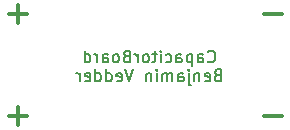
<source format=gbo>
%FSLAX46Y46*%
G04 Gerber Fmt 4.6, Leading zero omitted, Abs format (unit mm)*
G04 Created by KiCad (PCBNEW (2014-08-31 BZR 5107)-product) date tor  6 aug 2015 12:44:02*
%MOMM*%
G01*
G04 APERTURE LIST*
%ADD10C,0.100000*%
%ADD11C,0.300000*%
%ADD12C,0.200000*%
%ADD13C,4.826000*%
%ADD14C,1.700000*%
%ADD15R,1.700000X1.700000*%
G04 APERTURE END LIST*
D10*
D11*
X197611905Y-94630857D02*
X196088095Y-94630857D01*
X197611905Y-103266857D02*
X196088095Y-103266857D01*
X176021905Y-103266857D02*
X174498095Y-103266857D01*
X175260000Y-104028762D02*
X175260000Y-102504952D01*
X176021905Y-94630857D02*
X174498095Y-94630857D01*
X175260000Y-95392762D02*
X175260000Y-93868952D01*
D12*
X191364572Y-98617143D02*
X191412191Y-98664762D01*
X191555048Y-98712381D01*
X191650286Y-98712381D01*
X191793144Y-98664762D01*
X191888382Y-98569524D01*
X191936001Y-98474286D01*
X191983620Y-98283810D01*
X191983620Y-98140952D01*
X191936001Y-97950476D01*
X191888382Y-97855238D01*
X191793144Y-97760000D01*
X191650286Y-97712381D01*
X191555048Y-97712381D01*
X191412191Y-97760000D01*
X191364572Y-97807619D01*
X190507429Y-98712381D02*
X190507429Y-98188571D01*
X190555048Y-98093333D01*
X190650286Y-98045714D01*
X190840763Y-98045714D01*
X190936001Y-98093333D01*
X190507429Y-98664762D02*
X190602667Y-98712381D01*
X190840763Y-98712381D01*
X190936001Y-98664762D01*
X190983620Y-98569524D01*
X190983620Y-98474286D01*
X190936001Y-98379048D01*
X190840763Y-98331429D01*
X190602667Y-98331429D01*
X190507429Y-98283810D01*
X190031239Y-98045714D02*
X190031239Y-99045714D01*
X190031239Y-98093333D02*
X189936001Y-98045714D01*
X189745524Y-98045714D01*
X189650286Y-98093333D01*
X189602667Y-98140952D01*
X189555048Y-98236190D01*
X189555048Y-98521905D01*
X189602667Y-98617143D01*
X189650286Y-98664762D01*
X189745524Y-98712381D01*
X189936001Y-98712381D01*
X190031239Y-98664762D01*
X188697905Y-98712381D02*
X188697905Y-98188571D01*
X188745524Y-98093333D01*
X188840762Y-98045714D01*
X189031239Y-98045714D01*
X189126477Y-98093333D01*
X188697905Y-98664762D02*
X188793143Y-98712381D01*
X189031239Y-98712381D01*
X189126477Y-98664762D01*
X189174096Y-98569524D01*
X189174096Y-98474286D01*
X189126477Y-98379048D01*
X189031239Y-98331429D01*
X188793143Y-98331429D01*
X188697905Y-98283810D01*
X187793143Y-98664762D02*
X187888381Y-98712381D01*
X188078858Y-98712381D01*
X188174096Y-98664762D01*
X188221715Y-98617143D01*
X188269334Y-98521905D01*
X188269334Y-98236190D01*
X188221715Y-98140952D01*
X188174096Y-98093333D01*
X188078858Y-98045714D01*
X187888381Y-98045714D01*
X187793143Y-98093333D01*
X187364572Y-98712381D02*
X187364572Y-98045714D01*
X187364572Y-97712381D02*
X187412191Y-97760000D01*
X187364572Y-97807619D01*
X187316953Y-97760000D01*
X187364572Y-97712381D01*
X187364572Y-97807619D01*
X187031239Y-98045714D02*
X186650287Y-98045714D01*
X186888382Y-97712381D02*
X186888382Y-98569524D01*
X186840763Y-98664762D01*
X186745525Y-98712381D01*
X186650287Y-98712381D01*
X186174096Y-98712381D02*
X186269334Y-98664762D01*
X186316953Y-98617143D01*
X186364572Y-98521905D01*
X186364572Y-98236190D01*
X186316953Y-98140952D01*
X186269334Y-98093333D01*
X186174096Y-98045714D01*
X186031238Y-98045714D01*
X185936000Y-98093333D01*
X185888381Y-98140952D01*
X185840762Y-98236190D01*
X185840762Y-98521905D01*
X185888381Y-98617143D01*
X185936000Y-98664762D01*
X186031238Y-98712381D01*
X186174096Y-98712381D01*
X185412191Y-98712381D02*
X185412191Y-98045714D01*
X185412191Y-98236190D02*
X185364572Y-98140952D01*
X185316953Y-98093333D01*
X185221715Y-98045714D01*
X185126476Y-98045714D01*
X184459809Y-98188571D02*
X184316952Y-98236190D01*
X184269333Y-98283810D01*
X184221714Y-98379048D01*
X184221714Y-98521905D01*
X184269333Y-98617143D01*
X184316952Y-98664762D01*
X184412190Y-98712381D01*
X184793143Y-98712381D01*
X184793143Y-97712381D01*
X184459809Y-97712381D01*
X184364571Y-97760000D01*
X184316952Y-97807619D01*
X184269333Y-97902857D01*
X184269333Y-97998095D01*
X184316952Y-98093333D01*
X184364571Y-98140952D01*
X184459809Y-98188571D01*
X184793143Y-98188571D01*
X183650286Y-98712381D02*
X183745524Y-98664762D01*
X183793143Y-98617143D01*
X183840762Y-98521905D01*
X183840762Y-98236190D01*
X183793143Y-98140952D01*
X183745524Y-98093333D01*
X183650286Y-98045714D01*
X183507428Y-98045714D01*
X183412190Y-98093333D01*
X183364571Y-98140952D01*
X183316952Y-98236190D01*
X183316952Y-98521905D01*
X183364571Y-98617143D01*
X183412190Y-98664762D01*
X183507428Y-98712381D01*
X183650286Y-98712381D01*
X182459809Y-98712381D02*
X182459809Y-98188571D01*
X182507428Y-98093333D01*
X182602666Y-98045714D01*
X182793143Y-98045714D01*
X182888381Y-98093333D01*
X182459809Y-98664762D02*
X182555047Y-98712381D01*
X182793143Y-98712381D01*
X182888381Y-98664762D01*
X182936000Y-98569524D01*
X182936000Y-98474286D01*
X182888381Y-98379048D01*
X182793143Y-98331429D01*
X182555047Y-98331429D01*
X182459809Y-98283810D01*
X181983619Y-98712381D02*
X181983619Y-98045714D01*
X181983619Y-98236190D02*
X181936000Y-98140952D01*
X181888381Y-98093333D01*
X181793143Y-98045714D01*
X181697904Y-98045714D01*
X180935999Y-98712381D02*
X180935999Y-97712381D01*
X180935999Y-98664762D02*
X181031237Y-98712381D01*
X181221714Y-98712381D01*
X181316952Y-98664762D01*
X181364571Y-98617143D01*
X181412190Y-98521905D01*
X181412190Y-98236190D01*
X181364571Y-98140952D01*
X181316952Y-98093333D01*
X181221714Y-98045714D01*
X181031237Y-98045714D01*
X180935999Y-98093333D01*
X192174095Y-99788571D02*
X192031238Y-99836190D01*
X191983619Y-99883810D01*
X191936000Y-99979048D01*
X191936000Y-100121905D01*
X191983619Y-100217143D01*
X192031238Y-100264762D01*
X192126476Y-100312381D01*
X192507429Y-100312381D01*
X192507429Y-99312381D01*
X192174095Y-99312381D01*
X192078857Y-99360000D01*
X192031238Y-99407619D01*
X191983619Y-99502857D01*
X191983619Y-99598095D01*
X192031238Y-99693333D01*
X192078857Y-99740952D01*
X192174095Y-99788571D01*
X192507429Y-99788571D01*
X191126476Y-100264762D02*
X191221714Y-100312381D01*
X191412191Y-100312381D01*
X191507429Y-100264762D01*
X191555048Y-100169524D01*
X191555048Y-99788571D01*
X191507429Y-99693333D01*
X191412191Y-99645714D01*
X191221714Y-99645714D01*
X191126476Y-99693333D01*
X191078857Y-99788571D01*
X191078857Y-99883810D01*
X191555048Y-99979048D01*
X190650286Y-99645714D02*
X190650286Y-100312381D01*
X190650286Y-99740952D02*
X190602667Y-99693333D01*
X190507429Y-99645714D01*
X190364571Y-99645714D01*
X190269333Y-99693333D01*
X190221714Y-99788571D01*
X190221714Y-100312381D01*
X189745524Y-99645714D02*
X189745524Y-100502857D01*
X189793143Y-100598095D01*
X189888381Y-100645714D01*
X189936000Y-100645714D01*
X189745524Y-99312381D02*
X189793143Y-99360000D01*
X189745524Y-99407619D01*
X189697905Y-99360000D01*
X189745524Y-99312381D01*
X189745524Y-99407619D01*
X188840762Y-100312381D02*
X188840762Y-99788571D01*
X188888381Y-99693333D01*
X188983619Y-99645714D01*
X189174096Y-99645714D01*
X189269334Y-99693333D01*
X188840762Y-100264762D02*
X188936000Y-100312381D01*
X189174096Y-100312381D01*
X189269334Y-100264762D01*
X189316953Y-100169524D01*
X189316953Y-100074286D01*
X189269334Y-99979048D01*
X189174096Y-99931429D01*
X188936000Y-99931429D01*
X188840762Y-99883810D01*
X188364572Y-100312381D02*
X188364572Y-99645714D01*
X188364572Y-99740952D02*
X188316953Y-99693333D01*
X188221715Y-99645714D01*
X188078857Y-99645714D01*
X187983619Y-99693333D01*
X187936000Y-99788571D01*
X187936000Y-100312381D01*
X187936000Y-99788571D02*
X187888381Y-99693333D01*
X187793143Y-99645714D01*
X187650286Y-99645714D01*
X187555048Y-99693333D01*
X187507429Y-99788571D01*
X187507429Y-100312381D01*
X187031239Y-100312381D02*
X187031239Y-99645714D01*
X187031239Y-99312381D02*
X187078858Y-99360000D01*
X187031239Y-99407619D01*
X186983620Y-99360000D01*
X187031239Y-99312381D01*
X187031239Y-99407619D01*
X186555049Y-99645714D02*
X186555049Y-100312381D01*
X186555049Y-99740952D02*
X186507430Y-99693333D01*
X186412192Y-99645714D01*
X186269334Y-99645714D01*
X186174096Y-99693333D01*
X186126477Y-99788571D01*
X186126477Y-100312381D01*
X185031239Y-99312381D02*
X184697906Y-100312381D01*
X184364572Y-99312381D01*
X183650286Y-100264762D02*
X183745524Y-100312381D01*
X183936001Y-100312381D01*
X184031239Y-100264762D01*
X184078858Y-100169524D01*
X184078858Y-99788571D01*
X184031239Y-99693333D01*
X183936001Y-99645714D01*
X183745524Y-99645714D01*
X183650286Y-99693333D01*
X183602667Y-99788571D01*
X183602667Y-99883810D01*
X184078858Y-99979048D01*
X182745524Y-100312381D02*
X182745524Y-99312381D01*
X182745524Y-100264762D02*
X182840762Y-100312381D01*
X183031239Y-100312381D01*
X183126477Y-100264762D01*
X183174096Y-100217143D01*
X183221715Y-100121905D01*
X183221715Y-99836190D01*
X183174096Y-99740952D01*
X183126477Y-99693333D01*
X183031239Y-99645714D01*
X182840762Y-99645714D01*
X182745524Y-99693333D01*
X181840762Y-100312381D02*
X181840762Y-99312381D01*
X181840762Y-100264762D02*
X181936000Y-100312381D01*
X182126477Y-100312381D01*
X182221715Y-100264762D01*
X182269334Y-100217143D01*
X182316953Y-100121905D01*
X182316953Y-99836190D01*
X182269334Y-99740952D01*
X182221715Y-99693333D01*
X182126477Y-99645714D01*
X181936000Y-99645714D01*
X181840762Y-99693333D01*
X180983619Y-100264762D02*
X181078857Y-100312381D01*
X181269334Y-100312381D01*
X181364572Y-100264762D01*
X181412191Y-100169524D01*
X181412191Y-99788571D01*
X181364572Y-99693333D01*
X181269334Y-99645714D01*
X181078857Y-99645714D01*
X180983619Y-99693333D01*
X180936000Y-99788571D01*
X180936000Y-99883810D01*
X181412191Y-99979048D01*
X180507429Y-100312381D02*
X180507429Y-99645714D01*
X180507429Y-99836190D02*
X180459810Y-99740952D01*
X180412191Y-99693333D01*
X180316953Y-99645714D01*
X180221714Y-99645714D01*
%LPC*%
D13*
X179324000Y-103378000D03*
X192532000Y-103378000D03*
X192532000Y-94742000D03*
X179324000Y-94742000D03*
D14*
X172720000Y-101520000D03*
D15*
X172720000Y-96520000D03*
D14*
X185928000Y-101520000D03*
D15*
X185928000Y-96520000D03*
D14*
X199136000Y-101520000D03*
D15*
X199136000Y-96520000D03*
M02*

</source>
